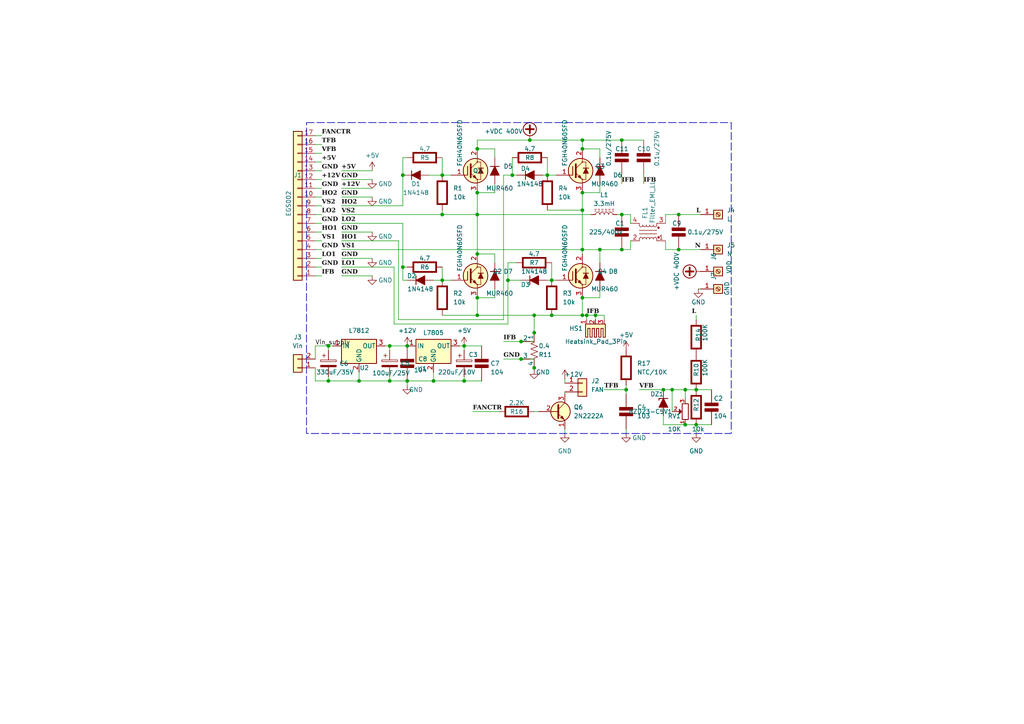
<source format=kicad_sch>
(kicad_sch (version 20231120) (generator "eeschema") (generator_version "8.0")
  (paper "A4")
  (title_block (title "INVERTER") (rev "V1"))
  (lib_symbols
    (symbol "Connector:Screw_Terminal_01x01" (pin_names (offset 1.016) hide)
      (property "Reference" "J" (at 0 2.54 0))
      (property "Value" "Screw_Terminal_01x01" (at 0 -2.54 0))
      (symbol "Screw_Terminal_01x01_1_1"
        (pin passive line (at -5.08 0 0) (length 3.81) (name "Pin_1") (number "1"))
      )
    )
    (symbol "Connector_Generic:Conn_01x02" (pin_names (offset 1.016) hide)
      (property "Reference" "J" (at 0 2.54 0))
      (property "Value" "Conn_01x02" (at 0 -5.08 0))
      (symbol "Conn_01x02_1_1"
        (pin passive line (at -5.08 0 0) (length 3.81) (name "Pin_1") (number "1"))
        (pin passive line (at -5.08 -2.54 0) (length 3.81) (name "Pin_2") (number "2"))
      )
    )
    (symbol "Connector_Generic:Conn_01x17" (pin_names (offset 1.016) hide)
      (property "Reference" "J" (at 0 22.86 0))
      (property "Value" "Conn_01x17" (at 0 -22.86 0))
      (symbol "Conn_01x17_1_1"
        (pin passive line (at -5.08 20.32 0) (length 3.81) (name "Pin_1") (number "1"))
        (pin passive line (at -5.08 -2.54 0) (length 3.81) (name "Pin_10") (number "10"))
        (pin passive line (at -5.08 -5.08 0) (length 3.81) (name "Pin_11") (number "11"))
        (pin passive line (at -5.08 -7.62 0) (length 3.81) (name "Pin_12") (number "12"))
        (pin passive line (at -5.08 -10.16 0) (length 3.81) (name "Pin_13") (number "13"))
        (pin passive line (at -5.08 -12.7 0) (length 3.81) (name "Pin_14") (number "14"))
        (pin passive line (at -5.08 -15.24 0) (length 3.81) (name "Pin_15") (number "15"))
        (pin passive line (at -5.08 -17.78 0) (length 3.81) (name "Pin_16") (number "16"))
        (pin passive line (at -5.08 -20.32 0) (length 3.81) (name "Pin_17") (number "17"))
        (pin passive line (at -5.08 17.78 0) (length 3.81) (name "Pin_2") (number "2"))
        (pin passive line (at -5.08 15.24 0) (length 3.81) (name "Pin_3") (number "3"))
        (pin passive line (at -5.08 12.7 0) (length 3.81) (name "Pin_4") (number "4"))
        (pin passive line (at -5.08 10.16 0) (length 3.81) (name "Pin_5") (number "5"))
        (pin passive line (at -5.08 7.62 0) (length 3.81) (name "Pin_6") (number "6"))
        (pin passive line (at -5.08 5.08 0) (length 3.81) (name "Pin_7") (number "7"))
        (pin passive line (at -5.08 2.54 0) (length 3.81) (name "Pin_8") (number "8"))
        (pin passive line (at -5.08 0 0) (length 3.81) (name "Pin_9") (number "9"))
      )
    )
    (symbol "Device:C_Polarized" (pin_numbers hide) (pin_names (offset 0.254))
      (property "Reference" "C" (at 0.635 2.54 0))
      (property "Value" "C_Polarized" (at 0.635 -2.54 0))
      (symbol "C_Polarized_1_1"
        (pin passive line (at 0 3.81 270) (length 2.794) (name "~") (number "1"))
        (pin passive line (at 0 -3.81 90) (length 2.794) (name "~") (number "2"))
      )
    )
    (symbol "Device:Filter_EMI_LL" (pin_names (offset 0.254) hide)
      (property "Reference" "FL" (at 0 4.445 0))
      (property "Value" "Filter_EMI_LL" (at 0 -4.445 0))
      (symbol "Filter_EMI_LL_1_1"
        (pin passive line (at -5.08 2.54 0) (length 2.54) (name "1") (number "1"))
        (pin passive line (at 5.08 2.54 180) (length 2.54) (name "2") (number "2"))
        (pin passive line (at -5.08 -2.54 0) (length 2.54) (name "3") (number "3"))
        (pin passive line (at 5.08 -2.54 180) (length 2.54) (name "4") (number "4"))
      )
    )
    (symbol "Device:L_Ferrite" (pin_numbers hide) (pin_names (offset 1.016) hide)
      (property "Reference" "L" (at -1.27 0 90))
      (property "Value" "L_Ferrite" (at 2.794 0 90))
      (symbol "L_Ferrite_1_1"
        (pin passive line (at 0 3.81 270) (length 1.27) (name "1") (number "1"))
        (pin passive line (at 0 -3.81 90) (length 1.27) (name "2") (number "2"))
      )
    )
    (symbol "Device:R_Shunt_US" (pin_numbers hide) (pin_names (offset 0))
      (property "Reference" "R" (at -5.08 0 90))
      (property "Value" "R_Shunt_US" (at -3.048 0 90))
      (symbol "R_Shunt_US_1_1"
        (pin passive line (at 0 5.08 270) (length 2.54) (name "1") (number "1"))
        (pin passive line (at 3.81 2.54 180) (length 2.54) (name "2") (number "2"))
        (pin passive line (at 3.81 -2.54 180) (length 2.54) (name "3") (number "3"))
        (pin passive line (at 0 -5.08 90) (length 2.54) (name "4") (number "4"))
      )
    )
    (symbol "Mechanical:Heatsink_Pad_3Pin" (pin_names (offset 0))
      (property "Reference" "HS" (at 0 5.715 0))
      (property "Value" "Heatsink_Pad_3Pin" (at 0 3.81 0))
      (symbol "Heatsink_Pad_3Pin_1_1"
        (pin passive line (at -2.54 -2.54 90) (length 1.27) (name "~") (number "1"))
        (pin passive line (at 0 -2.54 90) (length 1.27) (name "~") (number "2"))
        (pin passive line (at 2.54 -2.54 90) (length 1.27) (name "~") (number "3"))
      )
    )
    (symbol "PCM_Diode_AKL:1N4148" (pin_numbers hide) (pin_names (offset 1.016) hide)
      (property "Reference" "D" (at 0 5.08 0))
      (property "Value" "1N4148" (at 0 2.54 0))
      (symbol "1N4148_1_1"
        (pin passive line (at 3.81 0 180) (length 2.54) (name "K") (number "1"))
        (pin passive line (at -3.81 0 0) (length 2.54) (name "A") (number "2"))
      )
    )
    (symbol "PCM_Diode_AKL:MUR460" (pin_numbers hide) (pin_names (offset 1.016) hide)
      (property "Reference" "D" (at 0 5.08 0))
      (property "Value" "MUR460" (at 0 2.54 0))
      (symbol "MUR460_1_1"
        (pin passive line (at 3.81 0 180) (length 2.54) (name "K") (number "1"))
        (pin passive line (at -3.81 0 0) (length 2.54) (name "A") (number "2"))
      )
      (symbol "MUR460_1_2"
        (pin passive line (at 2.54 2.54 180) (length 0) (name "K") (number "1"))
        (pin passive line (at -2.54 -2.54 0) (length 0) (name "A") (number "2"))
      )
    )
    (symbol "PCM_Diode_Zener_AKL:BZD23-C5V1" (pin_numbers hide) (pin_names (offset 1.016) hide)
      (property "Reference" "DZ" (at 0 7.62 0))
      (property "Value" "BZD23-C5V1" (at 0 5.08 0))
      (symbol "BZD23-C5V1_1_1"
        (pin passive line (at 3.81 0 180) (length 2.54) (name "K") (number "1"))
        (pin passive line (at -3.81 0 0) (length 2.54) (name "A") (number "2"))
      )
      (symbol "BZD23-C5V1_1_2"
        (pin passive line (at 2.54 2.54 180) (length 0) (name "K") (number "1"))
        (pin passive line (at -2.54 -2.54 0) (length 0) (name "A") (number "2"))
      )
    )
    (symbol "PCM_Elektuur:C" (pin_numbers hide) (pin_names (offset 0) hide)
      (property "Reference" "C" (at 0.635 3.175 0))
      (property "Value" "C" (at 0.635 -3.175 0))
      (symbol "C_1_1"
        (pin passive line (at 0 5.08 270) (length 3.8862) (name "+") (number "1"))
        (pin passive line (at 0 -5.08 90) (length 3.8862) (name "-") (number "2"))
      )
      (symbol "C_1_2"
        (pin passive line (at 0 5.08 270) (length 3.5814) (name "+") (number "1"))
        (pin passive line (at 0 -5.08 90) (length 3.5814) (name "-") (number "2"))
      )
    )
    (symbol "PCM_Elektuur:R" (pin_numbers hide) (pin_names (offset 0) hide)
      (property "Reference" "R" (at 2.54 3.175 0))
      (property "Value" "R" (at 0 0 90))
      (symbol "R_1_1"
        (pin passive line (at 0 5.08 270) (length 1.651) (name "+") (number "1"))
        (pin passive line (at 0 -5.08 90) (length 1.651) (name "-") (number "2"))
      )
      (symbol "R_1_2"
        (pin passive line (at 0 5.08 270) (length 1.651) (name "+") (number "1"))
        (pin passive line (at 0 -5.08 90) (length 1.651) (name "-") (number "2"))
      )
      (symbol "R_1_3"
        (pin passive line (at 0 5.08 270) (length 1.6002) (name "+") (number "1"))
        (pin passive line (at 0 -5.08 90) (length 1.6002) (name "-") (number "2"))
      )
      (symbol "R_1_4"
        (pin passive line (at 0 5.08 270) (length 0.5334) (name "+") (number "1"))
        (pin passive line (at 0 -5.08 90) (length 0.5334) (name "-") (number "2"))
      )
    )
    (symbol "PCM_SL_Devices:potentiometer_RM065"
      (property "Reference" "RV" (at 0 -2.032 0))
      (property "Value" "potentiometer_RM065" (at 0 -3.81 0))
      (symbol "potentiometer_RM065_1_1"
        (pin passive line (at -3.81 0 0) (length 1.5) (name "~") (number "1"))
        (pin passive line (at 0 3.81 270) (length 2) (name "~") (number "2"))
        (pin passive line (at 3.81 0 180) (length 1.5) (name "~") (number "3"))
      )
    )
    (symbol "PCM_Transistor_BJT_AKL:2N2222A" (pin_names hide)
      (property "Reference" "Q" (at 5.08 1.27 0))
      (property "Value" "2N2222A" (at 5.08 -1.27 0))
      (symbol "2N2222A_1_1"
        (pin passive line (at 2.54 -5.08 90) (length 2.54) (name "E") (number "1"))
        (pin passive line (at -5.08 0 0) (length 5.715) (name "B") (number "2"))
        (pin passive line (at 2.54 5.08 270) (length 2.54) (name "C") (number "3"))
      )
    )
    (symbol "PCM_Transistor_IGBT_AKL:FGH40N60SFD" (pin_names hide)
      (property "Reference" "Q" (at 3.81 1.27 0))
      (property "Value" "FGH40N60SFD" (at 3.81 -1.27 0))
      (symbol "FGH40N60SFD_1_1"
        (pin input line (at -7.62 -1.27 0) (length 4.8) (name "G") (number "1"))
        (pin passive line (at 0 6.35 270) (length 2.54) (name "C") (number "2"))
        (pin passive line (at 0 -6.35 90) (length 2.54) (name "E") (number "3"))
      )
    )
    (symbol "Regulator_Linear:L7805" (pin_names (offset 0.254))
      (property "Reference" "U" (at -3.81 3.175 0))
      (property "Value" "L7805" (at 0 3.175 0))
      (symbol "L7805_1_1"
        (pin power_in line (at -7.62 0 0) (length 2.54) (name "IN") (number "1"))
        (pin power_in line (at 0 -7.62 90) (length 2.54) (name "GND") (number "2"))
        (pin power_out line (at 7.62 0 180) (length 2.54) (name "OUT") (number "3"))
      )
    )
    (symbol "Regulator_Linear:L7812" (pin_names (offset 0.254))
      (property "Reference" "U" (at -3.81 3.175 0))
      (property "Value" "L7812" (at 0 3.175 0))
      (symbol "L7812_1_1"
        (pin power_in line (at -7.62 0 0) (length 2.54) (name "IN") (number "1"))
        (pin power_in line (at 0 -7.62 90) (length 2.54) (name "GND") (number "2"))
        (pin power_out line (at 7.62 0 180) (length 2.54) (name "OUT") (number "3"))
      )
    )
    (symbol "power:+12V" (power) (pin_numbers hide) (pin_names (offset 0) hide)
      (property "Value" "+12V" (at 0 3.556 0))
      (symbol "+12V_1_1"
        (pin power_in line (at 0 0 90) (length 0) (name "~") (number "1"))
      )
    )
    (symbol "power:+5V" (power) (pin_numbers hide) (pin_names (offset 0) hide)
      (property "Value" "+5V" (at 0 3.556 0))
      (symbol "+5V_1_1"
        (pin power_in line (at 0 0 90) (length 0) (name "~") (number "1"))
      )
    )
    (symbol "power:+VDC" (power) (pin_numbers hide) (pin_names (offset 0) hide)
      (property "Value" "+VDC" (at 0 6.35 0))
      (symbol "+VDC_1_1"
        (pin power_in line (at 0 0 90) (length 0) (name "~") (number "1"))
      )
    )
    (symbol "power:GND" (power) (pin_numbers hide) (pin_names (offset 0) hide)
      (property "Value" "GND" (at 0 -3.81 0))
      (symbol "GND_1_1"
        (pin power_in line (at 0 0 270) (length 0) (name "~") (number "1"))
      )
    )
  )
  (junction (at 181.61 113.03))
  (junction (at 151.13 99.06))
  (junction (at 180.34 62.23))
  (junction (at 173.99 72.39))
  (junction (at 168.91 86.36))
  (junction (at 160.02 91.44))
  (junction (at 118.11 100.33))
  (junction (at 332.74 97.79))
  (junction (at 168.91 72.39))
  (junction (at 153.67 40.64))
  (junction (at 95.25 110.49))
  (junction (at 154.94 106.68))
  (junction (at 138.43 86.36))
  (junction (at 168.91 91.44))
  (junction (at 128.27 62.23))
  (junction (at 192.405 113.03))
  (junction (at 118.11 110.49))
  (junction (at 347.98 107.95))
  (junction (at 172.72 91.44))
  (junction (at 168.91 43.18))
  (junction (at 134.62 110.49))
  (junction (at 154.94 91.44))
  (junction (at 138.43 62.23))
  (junction (at 125.73 110.49))
  (junction (at 138.43 73.66))
  (junction (at 134.62 100.33))
  (junction (at 116.84 50.8))
  (junction (at 128.27 50.8))
  (junction (at 196.85 72.39))
  (junction (at 168.91 40.64))
  (junction (at 168.91 55.88))
  (junction (at 335.28 97.79))
  (junction (at 339.09 107.95))
  (junction (at 160.02 81.28))
  (junction (at 180.34 72.39))
  (junction (at 339.09 97.79))
  (junction (at 151.13 104.14))
  (junction (at 113.03 110.49))
  (junction (at 194.945 113.03))
  (junction (at 154.94 96.52))
  (junction (at 198.755 123.19))
  (junction (at 104.14 110.49))
  (junction (at 128.27 81.28))
  (junction (at 198.755 113.03))
  (junction (at 180.34 40.64))
  (junction (at 347.98 97.79))
  (junction (at 170.18 91.44))
  (junction (at 201.93 113.03))
  (junction (at 201.93 123.19))
  (junction (at 158.75 50.8))
  (junction (at 95.25 100.33))
  (junction (at 147.32 81.28))
  (junction (at 138.43 91.44))
  (junction (at 113.03 100.33))
  (junction (at 116.84 77.47))
  (junction (at 168.91 60.96))
  (junction (at 138.43 43.18))
  (junction (at 342.9 107.95))
  (junction (at 426.72 95.25))
  (junction (at 196.85 62.23))
  (junction (at 342.9 97.79))
  (junction (at 148.59 50.8))
  (junction (at 138.43 55.88))
  (wire (pts (xy 91.44 39.37) (xy 93.345 39.37)))
  (wire (pts (xy 372.11 100.33) (xy 381 100.33)))
  (wire (pts (xy 138.43 40.64) (xy 138.43 43.18)))
  (wire (pts (xy 138.43 86.36) (xy 138.43 91.44)))
  (wire (pts (xy 91.44 64.77) (xy 93.345 64.77)))
  (wire (pts (xy 347.98 97.79) (xy 342.9 97.79)))
  (wire (pts (xy 175.26 113.03) (xy 181.61 113.03)))
  (wire (pts (xy 168.91 40.64) (xy 168.91 43.18)))
  (wire (pts (xy 196.85 62.23) (xy 203.2 62.23)))
  (wire (pts (xy 170.18 91.44) (xy 172.72 91.44)))
  (wire (pts (xy 180.34 62.23) (xy 182.88 62.23)))
  (wire (pts (xy 138.43 73.66) (xy 143.51 73.66)))
  (wire (pts (xy 91.44 100.33) (xy 91.44 104.14)))
  (wire (pts (xy 91.44 74.93) (xy 93.345 74.93)))
  (wire (pts (xy 193.04 62.23) (xy 196.85 62.23)))
  (wire (pts (xy 118.11 110.49) (xy 125.73 110.49)))
  (wire (pts (xy 335.28 97.79) (xy 339.09 97.79)))
  (wire (pts (xy 347.98 107.95) (xy 347.98 110.49)))
  (wire (pts (xy 116.84 64.77) (xy 116.84 77.47)))
  (wire (pts (xy 335.28 104.14) (xy 335.28 97.79)))
  (wire (pts (xy 168.91 55.88) (xy 168.91 60.96)))
  (wire (pts (xy 138.43 55.88) (xy 143.51 55.88)))
  (wire (pts (xy 148.59 45.72) (xy 148.59 50.8)))
  (wire (pts (xy 332.74 97.79) (xy 335.28 97.79)))
  (wire (pts (xy 154.94 91.44) (xy 160.02 91.44)))
  (wire (pts (xy 138.43 62.23) (xy 171.45 62.23)))
  (wire (pts (xy 173.99 43.18) (xy 173.99 45.72)))
  (wire (pts (xy 118.11 111.76) (xy 118.11 110.49)))
  (wire (pts (xy 347.98 76.2) (xy 347.98 77.47)))
  (wire (pts (xy 128.27 60.96) (xy 128.27 62.23)))
  (wire (pts (xy 91.44 52.07) (xy 93.345 52.07)))
  (wire (pts (xy 95.25 110.49) (xy 104.14 110.49)))
  (wire (pts (xy 168.91 40.64) (xy 180.34 40.64)))
  (wire (pts (xy 114.3 93.98) (xy 114.3 77.47)))
  (wire (pts (xy 172.72 91.44) (xy 175.26 91.44)))
  (wire (pts (xy 134.62 109.22) (xy 134.62 110.49)))
  (wire (pts (xy 107.95 52.07) (xy 99.06 52.07)))
  (wire (pts (xy 99.06 74.93) (xy 107.95 74.93)))
  (wire (pts (xy 168.91 43.18) (xy 173.99 43.18)))
  (wire (pts (xy 192.405 120.65) (xy 192.405 123.19)))
  (wire (pts (xy 138.43 40.64) (xy 153.67 40.64)))
  (wire (pts (xy 203.2 83.82) (xy 202.565 83.82)))
  (wire (pts (xy 153.67 40.64) (xy 168.91 40.64)))
  (wire (pts (xy 125.73 110.49) (xy 134.62 110.49)))
  (wire (pts (xy 198.755 115.57) (xy 198.755 113.03)))
  (wire (pts (xy 91.44 80.01) (xy 93.345 80.01)))
  (wire (pts (xy 116.84 77.47) (xy 116.84 81.28)))
  (wire (pts (xy 160.02 91.44) (xy 168.91 91.44)))
  (wire (pts (xy 181.61 113.03) (xy 181.61 111.76)))
  (wire (pts (xy 339.09 100.33) (xy 339.09 97.79)))
  (wire (pts (xy 114.3 93.98) (xy 147.32 93.98)))
  (wire (pts (xy 128.27 81.28) (xy 130.81 81.28)))
  (wire (pts (xy 194.945 113.03) (xy 198.755 113.03)))
  (wire (pts (xy 168.91 60.96) (xy 168.91 72.39)))
  (wire (pts (xy 107.95 57.15) (xy 99.06 57.15)))
  (wire (pts (xy 125.73 81.28) (xy 128.27 81.28)))
  (wire (pts (xy 91.44 41.91) (xy 93.345 41.91)))
  (wire (pts (xy 186.69 53.34) (xy 186.69 50.8)))
  (wire (pts (xy 99.06 54.61) (xy 107.95 54.61)))
  (wire (pts (xy 327.66 97.79) (xy 332.74 97.79)))
  (wire (pts (xy 128.27 77.47) (xy 128.27 81.28)))
  (wire (pts (xy 193.04 72.39) (xy 196.85 72.39)))
  (wire (pts (xy 173.99 72.39) (xy 180.34 72.39)))
  (wire (pts (xy 154.94 119.38) (xy 156.21 119.38)))
  (wire (pts (xy 134.62 100.33) (xy 139.7 100.33)))
  (wire (pts (xy 339.09 97.79) (xy 342.9 97.79)))
  (wire (pts (xy 99.06 49.53) (xy 107.95 49.53)))
  (wire (pts (xy 147.32 81.28) (xy 147.32 93.98)))
  (wire (pts (xy 154.94 106.68) (xy 154.94 107.315)))
  (wire (pts (xy 168.91 86.36) (xy 173.99 86.36)))
  (wire (pts (xy 146.05 104.14) (xy 151.13 104.14)))
  (wire (pts (xy 99.06 67.31) (xy 107.95 67.31)))
  (wire (pts (xy 143.51 43.18) (xy 143.51 45.72)))
  (wire (pts (xy 372.11 95.25) (xy 381 95.25)))
  (wire (pts (xy 173.99 72.39) (xy 173.99 76.2)))
  (wire (pts (xy 201.93 123.19) (xy 201.93 125.73)))
  (wire (pts (xy 91.44 67.31) (xy 93.345 67.31)))
  (wire (pts (xy 201.93 113.03) (xy 206.375 113.03)))
  (wire (pts (xy 91.44 110.49) (xy 95.25 110.49)))
  (wire (pts (xy 99.06 59.69) (xy 116.84 59.69)))
  (wire (pts (xy 116.84 59.69) (xy 116.84 50.8)))
  (wire (pts (xy 116.84 45.72) (xy 116.84 50.8)))
  (wire (pts (xy 113.03 101.6) (xy 113.03 100.33)))
  (wire (pts (xy 134.62 100.33) (xy 134.62 101.6)))
  (wire (pts (xy 201.93 123.19) (xy 206.375 123.19)))
  (wire (pts (xy 151.13 104.14) (xy 154.94 104.14)))
  (wire (pts (xy 138.43 43.18) (xy 143.51 43.18)))
  (wire (pts (xy 158.75 50.8) (xy 161.29 50.8)))
  (wire (pts (xy 104.14 110.49) (xy 113.03 110.49)))
  (wire (pts (xy 91.44 69.85) (xy 93.345 69.85)))
  (wire (pts (xy 163.83 113.665) (xy 163.83 114.3)))
  (wire (pts (xy 339.09 107.95) (xy 342.9 107.95)))
  (wire (pts (xy 192.405 123.19) (xy 198.755 123.19)))
  (wire (pts (xy 168.91 55.88) (xy 173.99 55.88)))
  (wire (pts (xy 168.91 86.36) (xy 168.91 91.44)))
  (wire (pts (xy 118.11 45.72) (xy 116.84 45.72)))
  (wire (pts (xy 146.05 50.8) (xy 146.05 92.71)))
  (wire (pts (xy 128.27 45.72) (xy 128.27 50.8)))
  (wire (pts (xy 124.46 50.8) (xy 128.27 50.8)))
  (wire (pts (xy 148.59 50.8) (xy 149.86 50.8)))
  (wire (pts (xy 95.25 100.33) (xy 96.52 100.33)))
  (wire (pts (xy 113.03 100.33) (xy 118.11 100.33)))
  (wire (pts (xy 158.75 45.72) (xy 158.75 50.8)))
  (wire (pts (xy 138.43 91.44) (xy 154.94 91.44)))
  (wire (pts (xy 168.91 91.44) (xy 170.18 91.44)))
  (wire (pts (xy 168.91 72.39) (xy 173.99 72.39)))
  (wire (pts (xy 91.44 100.33) (xy 95.25 100.33)))
  (wire (pts (xy 146.05 99.06) (xy 151.13 99.06)))
  (wire (pts (xy 113.03 109.22) (xy 113.03 110.49)))
  (wire (pts (xy 91.44 57.15) (xy 93.345 57.15)))
  (wire (pts (xy 419.1 95.25) (xy 426.72 95.25)))
  (wire (pts (xy 173.99 53.34) (xy 173.99 55.88)))
  (wire (pts (xy 91.44 77.47) (xy 93.345 77.47)))
  (wire (pts (xy 196.85 72.39) (xy 203.2 72.39)))
  (wire (pts (xy 172.72 91.44) (xy 172.72 92.71)))
  (wire (pts (xy 138.43 62.23) (xy 138.43 73.66)))
  (wire (pts (xy 163.83 109.855) (xy 163.83 111.125)))
  (wire (pts (xy 91.44 62.23) (xy 93.345 62.23)))
  (wire (pts (xy 185.42 113.03) (xy 192.405 113.03)))
  (wire (pts (xy 99.06 72.39) (xy 168.91 72.39)))
  (wire (pts (xy 91.44 44.45) (xy 93.345 44.45)))
  (wire (pts (xy 175.26 92.71) (xy 175.26 91.44)))
  (wire (pts (xy 160.02 76.2) (xy 160.02 81.28)))
  (wire (pts (xy 134.62 110.49) (xy 139.7 110.49)))
  (wire (pts (xy 125.73 107.95) (xy 125.73 110.49)))
  (wire (pts (xy 128.27 62.23) (xy 138.43 62.23)))
  (wire (pts (xy 99.06 77.47) (xy 114.3 77.47)))
  (wire (pts (xy 91.44 59.69) (xy 93.345 59.69)))
  (wire (pts (xy 151.13 81.28) (xy 147.32 81.28)))
  (wire (pts (xy 95.25 109.22) (xy 95.25 110.49)))
  (wire (pts (xy 181.61 113.03) (xy 181.61 114.3)))
  (wire (pts (xy 137.16 119.38) (xy 144.78 119.38)))
  (wire (pts (xy 158.75 60.96) (xy 168.91 60.96)))
  (wire (pts (xy 91.44 46.99) (xy 93.345 46.99)))
  (wire (pts (xy 192.405 113.03) (xy 194.945 113.03)))
  (wire (pts (xy 147.32 76.2) (xy 147.32 81.28)))
  (wire (pts (xy 157.48 50.8) (xy 158.75 50.8)))
  (wire (pts (xy 158.75 81.28) (xy 160.02 81.28)))
  (wire (pts (xy 173.99 83.82) (xy 173.99 86.36)))
  (wire (pts (xy 198.755 113.03) (xy 201.93 113.03)))
  (wire (pts (xy 168.91 72.39) (xy 168.91 73.66)))
  (wire (pts (xy 115.57 92.71) (xy 146.05 92.71)))
  (wire (pts (xy 193.04 64.77) (xy 193.04 62.23)))
  (wire (pts (xy 154.94 104.14) (xy 154.94 106.68)))
  (wire (pts (xy 91.44 72.39) (xy 93.345 72.39)))
  (wire (pts (xy 143.51 73.66) (xy 143.51 76.2)))
  (wire (pts (xy 201.93 91.44) (xy 201.93 92.71)))
  (wire (pts (xy 342.9 107.95) (xy 347.98 107.95)))
  (wire (pts (xy 154.94 91.44) (xy 154.94 96.52)))
  (wire (pts (xy 193.04 69.85) (xy 193.04 72.39)))
  (wire (pts (xy 104.14 107.95) (xy 104.14 110.49)))
  (wire (pts (xy 111.76 100.33) (xy 113.03 100.33)))
  (wire (pts (xy 128.27 91.44) (xy 138.43 91.44)))
  (wire (pts (xy 151.13 99.06) (xy 154.94 99.06)))
  (wire (pts (xy 133.35 100.33) (xy 134.62 100.33)))
  (wire (pts (xy 115.57 69.85) (xy 99.06 69.85)))
  (wire (pts (xy 198.755 123.19) (xy 201.93 123.19)))
  (wire (pts (xy 332.74 105.41) (xy 332.74 107.95)))
  (wire (pts (xy 182.88 69.85) (xy 182.88 72.39)))
  (wire (pts (xy 91.44 54.61) (xy 93.345 54.61)))
  (wire (pts (xy 149.86 76.2) (xy 147.32 76.2)))
  (wire (pts (xy 148.59 50.8) (xy 146.05 50.8)))
  (wire (pts (xy 91.44 106.68) (xy 91.44 110.49)))
  (wire (pts (xy 332.74 107.95) (xy 339.09 107.95)))
  (wire (pts (xy 116.84 81.28) (xy 118.11 81.28)))
  (wire (pts (xy 116.84 77.47) (xy 118.11 77.47)))
  (wire (pts (xy 170.18 91.44) (xy 170.18 92.71)))
  (wire (pts (xy 99.06 64.77) (xy 116.84 64.77)))
  (wire (pts (xy 143.51 83.82) (xy 143.51 86.36)))
  (wire (pts (xy 182.88 64.77) (xy 182.88 62.23)))
  (wire (pts (xy 179.07 62.23) (xy 180.34 62.23)))
  (wire (pts (xy 138.43 86.36) (xy 143.51 86.36)))
  (wire (pts (xy 115.57 92.71) (xy 115.57 69.85)))
  (wire (pts (xy 143.51 53.34) (xy 143.51 55.88)))
  (wire (pts (xy 113.03 110.49) (xy 118.11 110.49)))
  (wire (pts (xy 163.83 125.73) (xy 163.83 124.46)))
  (wire (pts (xy 180.34 53.34) (xy 180.34 50.8)))
  (wire (pts (xy 95.25 100.33) (xy 95.25 101.6)))
  (wire (pts (xy 154.94 99.06) (xy 154.94 96.52)))
  (wire (pts (xy 180.34 72.39) (xy 182.88 72.39)))
  (wire (pts (xy 91.44 49.53) (xy 93.345 49.53)))
  (wire (pts (xy 138.43 55.88) (xy 138.43 62.23)))
  (wire (pts (xy 99.06 80.01) (xy 107.95 80.01)))
  (wire (pts (xy 99.06 62.23) (xy 128.27 62.23)))
  (wire (pts (xy 194.945 119.38) (xy 194.945 113.03)))
  (wire (pts (xy 180.34 40.64) (xy 186.69 40.64)))
  (wire (pts (xy 128.27 50.8) (xy 130.81 50.8)))
  (wire (pts (xy 181.61 124.46) (xy 181.61 125.73)))
  (wire (pts (xy 160.02 81.28) (xy 161.29 81.28)))
  (rectangle (start 88.9 35.56) (end 212.09 125.73) (stroke (width 0.2) (type dash)))
  (label "VFB" (at 185.42 113.03 0) (effects (font (bold yes))))
  (label "GND" (at 372.11 100.33 0) (effects (font (bold yes))))
  (label "VFB" (at 93.345 44.45 0) (effects (font (bold yes))))
  (label "LO1" (at 99.06 77.47 0) (effects (font (bold yes))))
  (label "LO2" (at 99.06 64.77 0) (effects (font (bold yes))))
  (label "IFB" (at 146.05 99.06 0) (effects (font (bold yes))))
  (label "GND" (at 99.06 67.31 0) (effects (font (bold yes))))
  (label "IFB" (at 93.345 80.01 0) (effects (font (bold yes))))
  (label "IFB" (at 180.34 53.34 0) (effects (font (bold yes))))
  (label "FANCTR" (at 93.345 39.37 0) (effects (font (bold yes))))
  (label "IFB" (at 170.18 91.44 0) (effects (font (bold yes))))
  (label "VS1" (at 99.06 72.39 0) (effects (font (bold yes))))
  (label "GND" (at 93.345 72.39 0) (effects (font (bold yes))))
  (label "FANCTR" (at 137.16 119.38 0) (effects (font (bold yes))))
  (label "L" (at 347.98 76.2 180) (effects (font (bold yes))))
  (label "TFB" (at 175.26 113.03 0) (effects (font (bold yes))))
  (label "GND" (at 99.06 52.07 0) (effects (font (bold yes))))
  (label "GND" (at 93.345 54.61 0) (effects (font (bold yes))))
  (label "HO2" (at 99.06 59.69 0) (effects (font (bold yes))))
  (label "LO2" (at 93.345 62.23 0) (effects (font (bold yes))))
  (label "GND" (at 99.06 80.01 0) (effects (font (bold yes))))
  (label "GND" (at 93.345 49.53 0) (effects (font (bold yes))))
  (label "VS2" (at 93.345 59.69 0) (effects (font (bold yes))))
  (label "GND" (at 99.06 74.93 0) (effects (font (bold yes))))
  (label "TFB" (at 419.1 95.25 0) (effects (font (bold yes))))
  (label "VFB" (at 327.66 97.79 0) (effects (font (bold yes))))
  (label "+12V" (at 99.06 54.61 0) (effects (font (bold yes))))
  (label "VS2" (at 99.06 62.23 0) (effects (font (bold yes))))
  (label "GND" (at 93.345 77.47 0) (effects (font (bold yes))))
  (label "GND" (at 146.05 104.14 0) (effects (font (bold yes))))
  (label "HO2" (at 93.345 57.15 0) (effects (font (bold yes))))
  (label "TFB" (at 93.345 41.91 0) (effects (font (bold yes))))
  (label "L" (at 201.93 91.44 180) (effects (font (bold yes))))
  (label "+5V" (at 93.345 46.99 0) (effects (font (bold yes))))
  (label "GND" (at 93.345 64.77 0) (effects (font (bold yes))))
  (label "L" (at 203.2 62.23 180) (effects (font (bold yes))))
  (label "IFB" (at 372.11 95.25 0) (effects (font (bold yes))))
  (label "LO1" (at 93.345 74.93 0) (effects (font (bold yes))))
  (label "Vin_supply" (at 91.44 100.33 0))
  (label "VS1" (at 93.345 69.85 0) (effects (font (bold yes))))
  (label "N" (at 203.2 72.39 180) (effects (font (bold yes))))
  (label "HO1" (at 93.345 67.31 0) (effects (font (bold yes))))
  (label "IFB" (at 186.69 53.34 0) (effects (font (bold yes))))
  (label "+12V" (at 93.345 52.07 0) (effects (font (bold yes))))
  (label "+5V" (at 99.06 49.53 0) (effects (font (bold yes))))
  (label "GND" (at 99.06 57.15 0) (effects (font (bold yes))))
  (label "HO1" (at 99.06 69.85 0) (effects (font (bold yes))))
  (symbol (lib_id "PCM_SL_Devices:potentiometer_RM065") (at 339.09 104.14 90) (unit 1)
    (property "Reference" "RV2" (at 334.01 105.41 90) (effects (justify right)))
    (property "Value" "10K" (at 334.01 109.22 90) (effects (justify right)))
    (property "Footprint" "PCM_SL_Devices:Potentiometer_RM065" (effects (hide yes)))
    (property "Description" "potentiometer RM065" (effects (hide yes)))
  )
  (symbol (lib_id "PCM_Elektuur:R") (at 128.27 55.88 0) (unit 1)
    (property "Reference" "R1" (at 131.445 54.61 0) (effects (justify left)))
    (property "Value" "10k" (at 131.445 57.15 0) (effects (justify left)))
    (property "Footprint" "Resistor_THT:R_Axial_DIN0207_L6.3mm_D2.5mm_P10.16mm_Horizontal" (effects (hide yes)))
    (property "Description" "resistor" (effects (hide yes)))
    (property "Indicator" "+" (effects (hide yes)))
    (property "Rating" "W" (effects (hide yes)))
  )
  (symbol (lib_id "power:GND") (at 347.98 110.49 0) (unit 1)
    (property "Reference" "#PWR021" (effects (hide yes)))
    (property "Value" "GND" (at 344.17 111.76 0))
    (property "Description" "Power symbol creates a global label with name \"GND\" , ground" (effects (hide yes)))
  )
  (symbol (lib_id "PCM_Diode_AKL:MUR460") (at 143.51 49.53 90) (unit 1)
    (property "Reference" "D5" (at 146.05 48.26 90) (effects (justify right)))
    (property "Value" "MUR460" (at 140.97 54.61 90) (effects (justify right)))
    (property "Footprint" "PCM_Diode_THT_AKL:D_DO-201AD_P12.70mm_Horizontal" (effects (hide yes)))
    (property "Datasheet" "https://www.tme.eu/Document/a0924ef9041aa744cfb6869a2371ef8e/MUR420RLG.PDF" (effects (hide yes)))
    (property "Description" "DO-201AD Diode, Ultrafast Rectifier, 600V, 4A, 75ns, Alternate KiCad Library" (effects (hide yes)))
  )
  (symbol (lib_id "power:+5V") (at 181.61 101.6 0) (unit 1)
    (property "Reference" "#PWR07" (effects (hide yes)))
    (property "Value" "+5V" (at 181.61 97.155 0))
    (property "Description" "Power symbol creates a global label with name \"+5V\"" (effects (hide yes)))
  )
  (symbol (lib_id "PCM_Elektuur:R") (at 153.67 45.72 90) (unit 1)
    (property "Reference" "R8" (at 153.67 45.72 90))
    (property "Value" "4.7" (at 153.67 43.18 90))
    (property "Footprint" "Resistor_THT:R_Axial_DIN0207_L6.3mm_D2.5mm_P10.16mm_Horizontal" (effects (hide yes)))
    (property "Description" "resistor" (effects (hide yes)))
    (property "Indicator" "+" (effects (hide yes)))
    (property "Rating" "W" (effects (hide yes)))
  )
  (symbol (lib_id "power:+VDC") (at 384.81 82.55 0) (unit 1)
    (property "Reference" "#PWR020" (effects (hide yes)))
    (property "Value" "+VDC 400V" (at 384.81 76.2 0))
    (property "Description" "Power symbol creates a global label with name \"+VDC\"" (effects (hide yes)))
  )
  (symbol (lib_id "power:GND") (at 107.95 52.07 0) (unit 1)
    (property "Reference" "#PWR02" (effects (hide yes)))
    (property "Value" "GND" (at 111.76 53.34 0))
    (property "Description" "Power symbol creates a global label with name \"GND\" , ground" (effects (hide yes)))
  )
  (symbol (lib_id "PCM_Elektuur:R") (at 201.93 107.95 0) (unit 1)
    (property "Reference" "R10" (at 201.93 109.22 90) (effects (justify left)))
    (property "Value" "100K" (at 204.47 109.22 90) (effects (justify left)))
    (property "Footprint" "Resistor_THT:R_Axial_DIN0309_L9.0mm_D3.2mm_P12.70mm_Horizontal" (effects (hide yes)))
    (property "Description" "resistor" (effects (hide yes)))
    (property "Indicator" "+" (effects (hide yes)))
    (property "Rating" "W" (effects (hide yes)))
  )
  (symbol (lib_id "Connector:Screw_Terminal_01x01") (at 208.28 78.74 0) (unit 1)
    (property "Reference" "J6" (at 207.01 75.565 90) (effects (justify left)))
    (property "Value" "VDD" (at 211.455 79.375 90) (effects (justify left)))
    (property "Footprint" "TerminalBlock_MetzConnect:TerminalBlock_MetzConnect_360381_1x01_Horizontal_ScrewM3.0" (effects (hide yes)))
    (property "Description" "Generic screw terminal, single row, 01x01, script generated (kicad-library-utils/schlib/autogen/connector/)" (effects (hide yes)))
  )
  (symbol (lib_id "PCM_Transistor_IGBT_AKL:FGH40N60SFD") (at 138.43 49.53 0) (unit 1)
    (property "Reference" "Q1" (at 137.16 49.53 0) (effects (justify left)))
    (property "Value" "FGH40N60SFD" (at 133.35 48.26 90) (effects (justify left)))
    (property "Footprint" "Package_TO_SOT_THT:TO-247-3_Vertical" (effects (hide yes)))
    (property "Datasheet" "https://www.tme.eu/Document/5bf528dee2fe01fe9c8a4062ae9a26d2/FGH40N60SFD.pdf" (effects (hide yes)))
    (property "Description" "TO-247 N-IGBT transistor, 600V, 40A, 290W, Alternate KiCAD Library" (effects (hide yes)))
  )
  (symbol (lib_id "power:GND") (at 154.94 107.315 0) (unit 1)
    (property "Reference" "#PWR01" (effects (hide yes)))
    (property "Value" "GND" (at 157.48 107.95 0))
    (property "Description" "Power symbol creates a global label with name \"GND\" , ground" (effects (hide yes)))
  )
  (symbol (lib_id "power:GND") (at 201.93 125.73 0) (unit 1)
    (property "Reference" "#PWR03" (effects (hide yes)))
    (property "Value" "GND" (at 201.93 130.81 0))
    (property "Description" "Power symbol creates a global label with name \"GND\" , ground" (effects (hide yes)))
  )
  (symbol (lib_id "Device:Filter_EMI_LL") (at 187.96 67.31 180) (unit 1)
    (property "Reference" "FL1" (at 187.071 63.5 90) (effects (justify right)))
    (property "Value" "Filter_EMI_LL" (at 189.23 64.77 90) (effects (justify right)))
    (property "Footprint" "Inductor_THT:Choke_Schaffner_RN102-04-14.0x14.0mm" (effects (hide yes)))
    (property "Description" "EMI 2-inductor filter" (effects (hide yes)))
  )
  (symbol (lib_id "Connector_Generic:Conn_01x02") (at 168.91 111.125 0) (unit 1)
    (property "Reference" "J2" (at 171.45 110.49 0) (effects (justify left)))
    (property "Value" "FAN" (at 171.45 113.03 0) (effects (justify left)))
    (property "Footprint" "Connector_JST:JST_EH_B2B-EH-A_1x02_P2.50mm_Vertical" (effects (hide yes)))
    (property "Description" "Generic connector, single row, 01x02, script generated (kicad-library-utils/schlib/autogen/connector/)" (effects (hide yes)))
  )
  (symbol (lib_id "PCM_Transistor_IGBT_AKL:FGH40N60SFD") (at 138.43 80.01 0) (unit 1)
    (property "Reference" "Q2" (at 142.875 78.74 0) (effects (justify left)))
    (property "Value" "FGH40N60SFD" (at 133.35 78.74 90) (effects (justify left)))
    (property "Footprint" "Package_TO_SOT_THT:TO-247-3_Vertical" (effects (hide yes)))
    (property "Datasheet" "https://www.tme.eu/Document/5bf528dee2fe01fe9c8a4062ae9a26d2/FGH40N60SFD.pdf" (effects (hide yes)))
    (property "Description" "TO-247 N-IGBT transistor, 600V, 40A, 290W, Alternate KiCAD Library" (effects (hide yes)))
  )
  (symbol (lib_id "PCM_Elektuur:C") (at 342.9 102.87 0) (unit 1)
    (property "Reference" "C12" (at 343.535 100.33 0) (effects (justify left)))
    (property "Value" "104" (at 343.535 105.41 0) (effects (justify left)))
    (property "Footprint" "Capacitor_THT:C_Disc_D5.0mm_W2.5mm_P5.00mm" (effects (hide yes)))
    (property "Description" "capacitor, non-polarized/bipolar" (effects (hide yes)))
    (property "Indicator" "+" (effects (hide yes)))
    (property "Rating" "V" (effects (hide yes)))
  )
  (symbol (lib_id "PCM_Diode_AKL:1N4148") (at 154.94 81.28 180) (unit 1)
    (property "Reference" "D3" (at 152.4 82.55 0))
    (property "Value" "1N4148" (at 154.94 78.74 0))
    (property "Footprint" "Diode_THT:D_DO-35_SOD27_P10.16mm_Horizontal" (effects (hide yes)))
    (property "Datasheet" "https://datasheet.octopart.com/1N4148TR-ON-Semiconductor-datasheet-42765246.pdf" (effects (hide yes)))
    (property "Description" "DO-35 Diode, Small Signal, Fast Switching, 75V, 150mA, 4ns, Alternate KiCad Library" (effects (hide yes)))
  )
  (symbol (lib_id "PCM_Diode_AKL:1N4148") (at 153.67 50.8 180) (unit 1)
    (property "Reference" "D4" (at 152.4 48.895 0))
    (property "Value" "1N4148" (at 153.67 53.34 0))
    (property "Footprint" "Diode_THT:D_DO-35_SOD27_P10.16mm_Horizontal" (effects (hide yes)))
    (property "Datasheet" "https://datasheet.octopart.com/1N4148TR-ON-Semiconductor-datasheet-42765246.pdf" (effects (hide yes)))
    (property "Description" "DO-35 Diode, Small Signal, Fast Switching, 75V, 150mA, 4ns, Alternate KiCad Library" (effects (hide yes)))
  )
  (symbol (lib_id "PCM_Diode_AKL:1N4148") (at 121.92 81.28 180) (unit 1)
    (property "Reference" "D2" (at 119.38 80.01 0))
    (property "Value" "1N4148" (at 121.92 83.82 0))
    (property "Footprint" "Diode_THT:D_DO-35_SOD27_P10.16mm_Horizontal" (effects (hide yes)))
    (property "Datasheet" "https://datasheet.octopart.com/1N4148TR-ON-Semiconductor-datasheet-42765246.pdf" (effects (hide yes)))
    (property "Description" "DO-35 Diode, Small Signal, Fast Switching, 75V, 150mA, 4ns, Alternate KiCad Library" (effects (hide yes)))
  )
  (symbol (lib_id "PCM_Diode_AKL:1N4148") (at 120.65 50.8 180) (unit 1)
    (property "Reference" "D1" (at 120.65 53.34 0))
    (property "Value" "1N4148" (at 120.65 55.88 0))
    (property "Footprint" "Diode_THT:D_DO-35_SOD27_P10.16mm_Horizontal" (effects (hide yes)))
    (property "Datasheet" "https://datasheet.octopart.com/1N4148TR-ON-Semiconductor-datasheet-42765246.pdf" (effects (hide yes)))
    (property "Description" "DO-35 Diode, Small Signal, Fast Switching, 75V, 150mA, 4ns, Alternate KiCad Library" (effects (hide yes)))
  )
  (symbol (lib_id "power:GND") (at 202.565 83.82 0) (unit 1)
    (property "Reference" "#PWR018" (effects (hide yes)))
    (property "Value" "GND" (at 202.565 87.63 0))
    (property "Description" "Power symbol creates a global label with name \"GND\" , ground" (effects (hide yes)))
  )
  (symbol (lib_id "PCM_Elektuur:C") (at 181.61 119.38 0) (unit 1)
    (property "Reference" "C4" (at 184.785 118.11 0) (effects (justify left)))
    (property "Value" "103" (at 184.785 120.65 0) (effects (justify left)))
    (property "Footprint" "Capacitor_THT:C_Disc_D5.0mm_W2.5mm_P5.00mm" (effects (hide yes)))
    (property "Description" "capacitor, non-polarized/bipolar" (effects (hide yes)))
    (property "Indicator" "+" (effects (hide yes)))
    (property "Rating" "V" (effects (hide yes)))
  )
  (symbol (lib_id "Connector:Screw_Terminal_01x01") (at 208.28 62.23 0) (unit 1)
    (property "Reference" "J4" (at 210.82 60.96 0) (effects (justify left)))
    (property "Value" "L" (at 210.82 63.5 0) (effects (justify left)))
    (property "Footprint" "TerminalBlock_MetzConnect:TerminalBlock_MetzConnect_360381_1x01_Horizontal_ScrewM3.0" (effects (hide yes)))
    (property "Description" "Generic screw terminal, single row, 01x01, script generated (kicad-library-utils/schlib/autogen/connector/)" (effects (hide yes)))
  )
  (symbol (lib_id "PCM_Transistor_IGBT_AKL:FGH40N60SFD") (at 168.91 49.53 0) (unit 1)
    (property "Reference" "Q3" (at 172.72 48.26 0) (effects (justify left)))
    (property "Value" "FGH40N60SFD" (at 163.83 48.26 90) (effects (justify left)))
    (property "Footprint" "Package_TO_SOT_THT:TO-247-3_Vertical" (effects (hide yes)))
    (property "Datasheet" "https://www.tme.eu/Document/5bf528dee2fe01fe9c8a4062ae9a26d2/FGH40N60SFD.pdf" (effects (hide yes)))
    (property "Description" "TO-247 N-IGBT transistor, 600V, 40A, 290W, Alternate KiCAD Library" (effects (hide yes)))
  )
  (symbol (lib_id "PCM_Elektuur:R") (at 347.98 82.55 0) (unit 1)
    (property "Reference" "R13" (at 348.615 83.82 90) (effects (justify left)))
    (property "Value" "100K" (at 350.52 83.82 90) (effects (justify left)))
    (property "Footprint" "Resistor_THT:R_Axial_DIN0309_L9.0mm_D3.2mm_P12.70mm_Horizontal" (effects (hide yes)))
    (property "Description" "resistor" (effects (hide yes)))
    (property "Indicator" "+" (effects (hide yes)))
    (property "Rating" "W" (effects (hide yes)))
  )
  (symbol (lib_id "power:GND") (at 107.95 67.31 0) (unit 1)
    (property "Reference" "#PWR014" (effects (hide yes)))
    (property "Value" "GND" (at 111.76 68.58 0))
    (property "Description" "Power symbol creates a global label with name \"GND\" , ground" (effects (hide yes)))
  )
  (symbol (lib_id "Device:R_Shunt_US") (at 384.81 97.79 0) (mirror y) (unit 1)
    (property "Reference" "R9" (at 386.08 99.06 0) (effects (justify right)))
    (property "Value" "0.4" (at 386.08 96.52 0) (effects (justify right)))
    (property "Footprint" "r_shunt:shun_L10mm" (effects (hide yes)))
    (property "Description" "Shunt resistor, US symbol" (effects (hide yes)))
  )
  (symbol (lib_id "PCM_Elektuur:R") (at 201.93 118.11 0) (unit 1)
    (property "Reference" "R12" (at 201.93 119.38 90) (effects (justify left)))
    (property "Value" "10k" (at 200.66 124.46 0) (effects (justify left)))
    (property "Footprint" "Resistor_THT:R_Axial_DIN0207_L6.3mm_D2.5mm_P10.16mm_Horizontal" (effects (hide yes)))
    (property "Description" "resistor" (effects (hide yes)))
    (property "Indicator" "+" (effects (hide yes)))
    (property "Rating" "W" (effects (hide yes)))
  )
  (symbol (lib_id "PCM_Diode_AKL:MUR460") (at 173.99 49.53 90) (unit 1)
    (property "Reference" "D6" (at 177.8 50.8 90) (effects (justify right)))
    (property "Value" "MUR460" (at 171.45 53.34 90) (effects (justify right)))
    (property "Footprint" "PCM_Diode_THT_AKL:D_DO-201AD_P12.70mm_Horizontal" (effects (hide yes)))
    (property "Datasheet" "https://www.tme.eu/Document/a0924ef9041aa744cfb6869a2371ef8e/MUR420RLG.PDF" (effects (hide yes)))
    (property "Description" "DO-201AD Diode, Ultrafast Rectifier, 600V, 4A, 75ns, Alternate KiCad Library" (effects (hide yes)))
  )
  (symbol (lib_id "PCM_Elektuur:R") (at 154.94 76.2 90) (unit 1)
    (property "Reference" "R7" (at 154.94 76.2 90))
    (property "Value" "4.7" (at 154.94 73.66 90))
    (property "Footprint" "Resistor_THT:R_Axial_DIN0207_L6.3mm_D2.5mm_P10.16mm_Horizontal" (effects (hide yes)))
    (property "Description" "resistor" (effects (hide yes)))
    (property "Indicator" "+" (effects (hide yes)))
    (property "Rating" "W" (effects (hide yes)))
  )
  (symbol (lib_id "PCM_Elektuur:R") (at 160.02 86.36 0) (unit 1)
    (property "Reference" "R3" (at 163.195 85.09 0) (effects (justify left)))
    (property "Value" "10k" (at 163.195 87.63 0) (effects (justify left)))
    (property "Footprint" "Resistor_THT:R_Axial_DIN0207_L6.3mm_D2.5mm_P10.16mm_Horizontal" (effects (hide yes)))
    (property "Description" "resistor" (effects (hide yes)))
    (property "Indicator" "+" (effects (hide yes)))
    (property "Rating" "W" (effects (hide yes)))
  )
  (symbol (lib_id "Device:C_Polarized") (at 113.03 105.41 0) (unit 1)
    (property "Reference" "C5" (at 116.205 105.41 0) (effects (justify left)))
    (property "Value" "100uF/25V" (at 107.95 108.204 0) (effects (justify left)))
    (property "Footprint" "Capacitor_THT:CP_Radial_D7.5mm_P2.50mm" (effects (hide yes)))
    (property "Description" "Polarized capacitor" (effects (hide yes)))
  )
  (symbol (lib_id "power:+VDC") (at 203.2 78.74 90) (unit 1)
    (property "Reference" "#PWR017" (effects (hide yes)))
    (property "Value" "+VDC 400V" (at 196.215 78.74 0))
    (property "Description" "Power symbol creates a global label with name \"+VDC\"" (effects (hide yes)))
  )
  (symbol (lib_id "Device:C_Polarized") (at 95.25 105.41 0) (unit 1)
    (property "Reference" "C6" (at 98.425 105.41 0) (effects (justify left)))
    (property "Value" "330uF/35V" (at 91.694 107.95 0) (effects (justify left)))
    (property "Footprint" "Capacitor_THT:CP_Radial_D7.5mm_P2.50mm" (effects (hide yes)))
    (property "Description" "Polarized capacitor" (effects (hide yes)))
  )
  (symbol (lib_id "Regulator_Linear:L7805") (at 125.73 100.33 0) (unit 1)
    (property "Reference" "U1" (at 122.428 106.934 0))
    (property "Value" "L7805" (at 125.73 96.52 0))
    (property "Footprint" "Package_TO_SOT_THT:TO-220-3_Vertical" (effects (hide yes)))
    (property "Datasheet" "http://www.st.com/content/ccc/resource/technical/document/datasheet/41/4f/b3/b0/12/d4/47/88/CD00000444.pdf/files/CD00000444.pdf/jcr:content/translations/en.CD00000444.pdf" (effects (hide yes)))
    (property "Description" "Positive 1.5A 35V Linear Regulator, Fixed Output 5V, TO-220/TO-263/TO-252" (effects (hide yes)))
  )
  (symbol (lib_id "PCM_Elektuur:R") (at 123.19 77.47 90) (unit 1)
    (property "Reference" "R6" (at 123.19 77.47 90))
    (property "Value" "4.7" (at 123.19 74.93 90))
    (property "Footprint" "Resistor_THT:R_Axial_DIN0207_L6.3mm_D2.5mm_P10.16mm_Horizontal" (effects (hide yes)))
    (property "Description" "resistor" (effects (hide yes)))
    (property "Indicator" "+" (effects (hide yes)))
    (property "Rating" "W" (effects (hide yes)))
  )
  (symbol (lib_id "power:GND") (at 384.81 102.87 0) (unit 1)
    (property "Reference" "#PWR019" (effects (hide yes)))
    (property "Value" "GND" (at 387.35 103.505 0))
    (property "Description" "Power symbol creates a global label with name \"GND\" , ground" (effects (hide yes)))
  )
  (symbol (lib_id "PCM_Elektuur:C") (at 180.34 45.72 0) (unit 1)
    (property "Reference" "C11" (at 178.435 43.18 0) (effects (justify left)))
    (property "Value" "0.1u/275V" (at 176.53 48.26 90) (effects (justify left)))
    (property "Footprint" "Capacitor_THT:C_Rect_L13.5mm_W5.0mm_P10.00mm_FKS3_FKP3_MKS4" (effects (hide yes)))
    (property "Description" "capacitor, non-polarized/bipolar" (effects (hide yes)))
    (property "Indicator" "+" (effects (hide yes)))
    (property "Rating" "V" (effects (hide yes)))
  )
  (symbol (lib_id "power:GND") (at 163.83 125.73 0) (unit 1)
    (property "Reference" "#PWR05" (effects (hide yes)))
    (property "Value" "GND" (at 163.83 130.81 0))
    (property "Description" "Power symbol creates a global label with name \"GND\" , ground" (effects (hide yes)))
  )
  (symbol (lib_id "PCM_Elektuur:R") (at 158.75 55.88 0) (unit 1)
    (property "Reference" "R4" (at 161.925 54.61 0) (effects (justify left)))
    (property "Value" "10k" (at 161.925 57.15 0) (effects (justify left)))
    (property "Footprint" "Resistor_THT:R_Axial_DIN0207_L6.3mm_D2.5mm_P10.16mm_Horizontal" (effects (hide yes)))
    (property "Description" "resistor" (effects (hide yes)))
    (property "Indicator" "+" (effects (hide yes)))
    (property "Rating" "W" (effects (hide yes)))
  )
  (symbol (lib_id "PCM_Elektuur:R") (at 426.72 90.17 0) (unit 1)
    (property "Reference" "R19" (at 429.895 88.9 0) (effects (justify left)))
    (property "Value" "NTC/10K" (at 429.895 91.44 0) (effects (justify left)))
    (property "Footprint" "Resistor_THT:R_Axial_DIN0204_L3.6mm_D1.6mm_P2.54mm_Vertical" (effects (hide yes)))
    (property "Description" "resistor" (effects (hide yes)))
    (property "Indicator" "+" (effects (hide yes)))
    (property "Rating" "W" (effects (hide yes)))
  )
  (symbol (lib_id "power:GND") (at 107.95 74.93 0) (unit 1)
    (property "Reference" "#PWR012" (effects (hide yes)))
    (property "Value" "GND" (at 111.76 76.2 0))
    (property "Description" "Power symbol creates a global label with name \"GND\" , ground" (effects (hide yes)))
  )
  (symbol (lib_id "Regulator_Linear:L7812") (at 104.14 100.33 0) (unit 1)
    (property "Reference" "U2" (at 105.664 106.68 0))
    (property "Value" "L7812" (at 104.14 95.885 0))
    (property "Footprint" "Package_TO_SOT_THT:TO-220-3_Vertical" (effects (hide yes)))
    (property "Datasheet" "http://www.st.com/content/ccc/resource/technical/document/datasheet/41/4f/b3/b0/12/d4/47/88/CD00000444.pdf/files/CD00000444.pdf/jcr:content/translations/en.CD00000444.pdf" (effects (hide yes)))
    (property "Description" "Positive 1.5A 35V Linear Regulator, Fixed Output 12V, TO-220/TO-263/TO-252" (effects (hide yes)))
  )
  (symbol (lib_id "PCM_Diode_AKL:MUR460") (at 143.51 80.01 90) (unit 1)
    (property "Reference" "D7" (at 146.05 78.74 90) (effects (justify right)))
    (property "Value" "MUR460" (at 140.97 85.09 90) (effects (justify right)))
    (property "Footprint" "PCM_Diode_THT_AKL:D_DO-201AD_P12.70mm_Horizontal" (effects (hide yes)))
    (property "Datasheet" "https://www.tme.eu/Document/a0924ef9041aa744cfb6869a2371ef8e/MUR420RLG.PDF" (effects (hide yes)))
    (property "Description" "DO-201AD Diode, Ultrafast Rectifier, 600V, 4A, 75ns, Alternate KiCad Library" (effects (hide yes)))
  )
  (symbol (lib_id "power:+5V") (at 426.72 85.09 0) (unit 1)
    (property "Reference" "#PWR022" (effects (hide yes)))
    (property "Value" "+5V" (at 426.72 80.645 0))
    (property "Description" "Power symbol creates a global label with name \"+5V\"" (effects (hide yes)))
  )
  (symbol (lib_id "power:GND") (at 426.72 105.41 0) (unit 1)
    (property "Reference" "#PWR023" (effects (hide yes)))
    (property "Value" "GND" (at 430.53 106.68 0))
    (property "Description" "Power symbol creates a global label with name \"GND\" , ground" (effects (hide yes)))
  )
  (symbol (lib_id "PCM_Diode_Zener_AKL:BZD23-C5V1") (at 332.74 101.6 90) (unit 1)
    (property "Reference" "DZ2" (at 328.93 99.06 90) (effects (justify right)))
    (property "Value" "BZD23-C5V1" (at 322.58 104.14 90) (effects (justify right)))
    (property "Footprint" "PCM_Diode_THT_AKL:D_DO-41_SOD81_P10.16mm_Horizontal_Zener" (effects (hide yes)))
    (property "Datasheet" "https://www.ibselectronics.com/ibsstore/datasheet/bzd23.pdf" (effects (hide yes)))
    (property "Description" "SOD-81 Zener diode, 5.1V, 1W, Alternate KiCAD Library" (effects (hide yes)))
  )
  (symbol (lib_id "Connector:Screw_Terminal_01x01") (at 208.28 72.39 0) (unit 1)
    (property "Reference" "J5" (at 210.82 71.12 0) (effects (justify left)))
    (property "Value" "N" (at 210.82 73.66 0) (effects (justify left)))
    (property "Footprint" "TerminalBlock_MetzConnect:TerminalBlock_MetzConnect_360381_1x01_Horizontal_ScrewM3.0" (effects (hide yes)))
    (property "Description" "Generic screw terminal, single row, 01x01, script generated (kicad-library-utils/schlib/autogen/connector/)" (effects (hide yes)))
  )
  (symbol (lib_id "PCM_Transistor_IGBT_AKL:FGH40N60SFD") (at 168.91 80.01 0) (unit 1)
    (property "Reference" "Q4" (at 173.355 78.74 0) (effects (justify left)))
    (property "Value" "FGH40N60SFD" (at 163.83 78.74 90) (effects (justify left)))
    (property "Footprint" "Package_TO_SOT_THT:TO-247-3_Vertical" (effects (hide yes)))
    (property "Datasheet" "https://www.tme.eu/Document/5bf528dee2fe01fe9c8a4062ae9a26d2/FGH40N60SFD.pdf" (effects (hide yes)))
    (property "Description" "TO-247 N-IGBT transistor, 600V, 40A, 290W, Alternate KiCAD Library" (effects (hide yes)))
  )
  (symbol (lib_id "PCM_Elektuur:C") (at 139.7 105.41 0) (unit 1)
    (property "Reference" "C7" (at 142.24 105.41 0) (effects (justify left)))
    (property "Value" "104" (at 142.24 107.95 0) (effects (justify left)))
    (property "Footprint" "Capacitor_THT:C_Disc_D5.0mm_W2.5mm_P5.00mm" (effects (hide yes)))
    (property "Description" "capacitor, non-polarized/bipolar" (effects (hide yes)))
    (property "Indicator" "+" (effects (hide yes)))
    (property "Rating" "V" (effects (hide yes)))
  )
  (symbol (lib_id "PCM_Elektuur:C") (at 118.11 105.41 0) (unit 1)
    (property "Reference" "C8" (at 121.285 104.14 0) (effects (justify left)))
    (property "Value" "104" (at 120.015 107.315 0) (effects (justify left)))
    (property "Footprint" "Capacitor_THT:C_Disc_D5.0mm_W2.5mm_P5.00mm" (effects (hide yes)))
    (property "Description" "capacitor, non-polarized/bipolar" (effects (hide yes)))
    (property "Indicator" "+" (effects (hide yes)))
    (property "Rating" "V" (effects (hide yes)))
  )
  (symbol (lib_id "PCM_Diode_AKL:MUR460") (at 173.99 80.01 90) (unit 1)
    (property "Reference" "D8" (at 176.53 78.74 90) (effects (justify right)))
    (property "Value" "MUR460" (at 171.45 83.82 90) (effects (justify right)))
    (property "Footprint" "PCM_Diode_THT_AKL:D_DO-201AD_P12.70mm_Horizontal" (effects (hide yes)))
    (property "Datasheet" "https://www.tme.eu/Document/a0924ef9041aa744cfb6869a2371ef8e/MUR420RLG.PDF" (effects (hide yes)))
    (property "Description" "DO-201AD Diode, Ultrafast Rectifier, 600V, 4A, 75ns, Alternate KiCad Library" (effects (hide yes)))
  )
  (symbol (lib_id "Device:C_Polarized") (at 134.62 105.41 0) (unit 1)
    (property "Reference" "C3" (at 135.89 102.87 0) (effects (justify left)))
    (property "Value" "220uF/10V" (at 127 107.95 0) (effects (justify left)))
    (property "Footprint" "Capacitor_THT:CP_Radial_D6.3mm_P2.50mm" (effects (hide yes)))
    (property "Description" "Polarized capacitor" (effects (hide yes)))
  )
  (symbol (lib_id "PCM_SL_Devices:potentiometer_RM065") (at 198.755 119.38 90) (unit 1)
    (property "Reference" "RV1" (at 193.675 120.65 90) (effects (justify right)))
    (property "Value" "10K" (at 193.675 124.46 90) (effects (justify right)))
    (property "Footprint" "PCM_SL_Devices:Potentiometer_RM065" (effects (hide yes)))
    (property "Description" "potentiometer RM065" (effects (hide yes)))
  )
  (symbol (lib_id "PCM_Elektuur:R") (at 201.93 97.79 0) (unit 1)
    (property "Reference" "R14" (at 202.565 99.06 90) (effects (justify left)))
    (property "Value" "100K" (at 204.47 99.06 90) (effects (justify left)))
    (property "Footprint" "Resistor_THT:R_Axial_DIN0309_L9.0mm_D3.2mm_P12.70mm_Horizontal" (effects (hide yes)))
    (property "Description" "resistor" (effects (hide yes)))
    (property "Indicator" "+" (effects (hide yes)))
    (property "Rating" "W" (effects (hide yes)))
  )
  (symbol (lib_id "power:+5V") (at 107.95 49.53 0) (unit 1)
    (property "Reference" "#PWR016" (effects (hide yes)))
    (property "Value" "+5V" (at 107.95 45.085 0))
    (property "Description" "Power symbol creates a global label with name \"+5V\"" (effects (hide yes)))
  )
  (symbol (lib_id "PCM_Elektuur:C") (at 186.69 45.72 0) (unit 1)
    (property "Reference" "C10" (at 184.785 43.18 0) (effects (justify left)))
    (property "Value" "0.1u/275V" (at 190.5 48.26 90) (effects (justify left)))
    (property "Footprint" "Capacitor_THT:C_Rect_L13.5mm_W5.0mm_P10.00mm_FKS3_FKP3_MKS4" (effects (hide yes)))
    (property "Description" "capacitor, non-polarized/bipolar" (effects (hide yes)))
    (property "Indicator" "+" (effects (hide yes)))
    (property "Rating" "V" (effects (hide yes)))
  )
  (symbol (lib_id "Mechanical:Heatsink_Pad_3Pin") (at 172.72 95.25 0) (mirror x) (unit 1)
    (property "Reference" "HS1" (at 165.1 95.25 0) (effects (justify left)))
    (property "Value" "Heatsink_Pad_3Pin" (at 163.83 99.06 0) (effects (justify left)))
    (property "Footprint" "Heat sink create:heatsink" (effects (hide yes)))
    (property "Description" "Heatsink with electrical connection, 3 pin" (effects (hide yes)))
  )
  (symbol (lib_id "Connector:Screw_Terminal_01x01") (at 208.28 83.82 0) (unit 1)
    (property "Reference" "J7" (at 207.01 81.28 90) (effects (justify left)))
    (property "Value" "GND" (at 210.82 85.725 90) (effects (justify left)))
    (property "Footprint" "TerminalBlock_MetzConnect:TerminalBlock_MetzConnect_360381_1x01_Horizontal_ScrewM3.0" (effects (hide yes)))
    (property "Description" "Generic screw terminal, single row, 01x01, script generated (kicad-library-utils/schlib/autogen/connector/)" (effects (hide yes)))
  )
  (symbol (lib_id "power:GND") (at 181.61 125.73 0) (unit 1)
    (property "Reference" "#PWR08" (effects (hide yes)))
    (property "Value" "GND" (at 185.42 127 0))
    (property "Description" "Power symbol creates a global label with name \"GND\" , ground" (effects (hide yes)))
  )
  (symbol (lib_id "PCM_Elektuur:C") (at 206.375 118.11 0) (unit 1)
    (property "Reference" "C2" (at 207.01 115.57 0) (effects (justify left)))
    (property "Value" "104" (at 207.01 120.65 0) (effects (justify left)))
    (property "Footprint" "Capacitor_THT:C_Disc_D5.0mm_W2.5mm_P5.00mm" (effects (hide yes)))
    (property "Description" "capacitor, non-polarized/bipolar" (effects (hide yes)))
    (property "Indicator" "+" (effects (hide yes)))
    (property "Rating" "V" (effects (hide yes)))
  )
  (symbol (lib_id "power:GND") (at 118.11 111.76 0) (unit 1)
    (property "Reference" "#PWR09" (effects (hide yes)))
    (property "Value" "GND" (at 120.65 113.03 0))
    (property "Description" "Power symbol creates a global label with name \"GND\" , ground" (effects (hide yes)))
  )
  (symbol (lib_id "power:+VDC") (at 153.67 40.64 0) (unit 1)
    (property "Reference" "#PWR04" (effects (hide yes)))
    (property "Value" "+VDC 400V" (at 146.05 38.1 0))
    (property "Description" "Power symbol creates a global label with name \"+VDC\"" (effects (hide yes)))
  )
  (symbol (lib_id "PCM_Elektuur:R") (at 149.86 119.38 90) (unit 1)
    (property "Reference" "R16" (at 149.86 119.38 90))
    (property "Value" "2.2K" (at 149.86 116.84 90))
    (property "Footprint" "Resistor_THT:R_Axial_DIN0207_L6.3mm_D2.5mm_P10.16mm_Horizontal" (effects (hide yes)))
    (property "Description" "resistor" (effects (hide yes)))
    (property "Indicator" "+" (effects (hide yes)))
    (property "Rating" "W" (effects (hide yes)))
  )
  (symbol (lib_id "PCM_Elektuur:R") (at 347.98 102.87 0) (unit 1)
    (property "Reference" "R18" (at 347.98 104.14 90) (effects (justify left)))
    (property "Value" "10k" (at 350.52 104.14 90) (effects (justify left)))
    (property "Footprint" "Resistor_THT:R_Axial_DIN0207_L6.3mm_D2.5mm_P10.16mm_Horizontal" (effects (hide yes)))
    (property "Description" "resistor" (effects (hide yes)))
    (property "Indicator" "+" (effects (hide yes)))
    (property "Rating" "W" (effects (hide yes)))
  )
  (symbol (lib_id "PCM_Elektuur:R") (at 128.27 86.36 0) (unit 1)
    (property "Reference" "R2" (at 131.445 85.09 0) (effects (justify left)))
    (property "Value" "10k" (at 131.445 87.63 0) (effects (justify left)))
    (property "Footprint" "Resistor_THT:R_Axial_DIN0207_L6.3mm_D2.5mm_P10.16mm_Horizontal" (effects (hide yes)))
    (property "Description" "resistor" (effects (hide yes)))
    (property "Indicator" "+" (effects (hide yes)))
    (property "Rating" "W" (effects (hide yes)))
  )
  (symbol (lib_id "power:+12V") (at 163.83 109.855 0) (unit 1)
    (property "Reference" "#PWR06" (effects (hide yes)))
    (property "Value" "+12V" (at 166.37 108.585 0))
    (property "Description" "Power symbol creates a global label with name \"+12V\"" (effects (hide yes)))
  )
  (symbol (lib_id "PCM_Elektuur:C") (at 180.34 67.31 0) (unit 1)
    (property "Reference" "C1" (at 178.435 64.77 0) (effects (justify left)))
    (property "Value" "225/400V" (at 170.815 67.31 0) (effects (justify left)))
    (property "Footprint" "Capacitor_THT:C_Rect_L24.0mm_W7.0mm_P22.50mm_MKT" (effects (hide yes)))
    (property "Description" "capacitor, non-polarized/bipolar" (effects (hide yes)))
    (property "Indicator" "+" (effects (hide yes)))
    (property "Rating" "V" (effects (hide yes)))
  )
  (symbol (lib_id "PCM_Transistor_BJT_AKL:2N2222A") (at 161.29 119.38 0) (unit 1)
    (property "Reference" "Q6" (at 166.37 118.11 0) (effects (justify left)))
    (property "Value" "2N2222A" (at 166.37 120.65 0) (effects (justify left)))
    (property "Footprint" "Package_TO_SOT_THT:TO-92_Inline_Wide" (effects (hide yes)))
    (property "Datasheet" "https://www.st.com/resource/en/datasheet/cd00003223.pdf" (effects (hide yes)))
    (property "Description" "NPN TO-18 transistor, 40V, 0.6A, 500mW, Alternate KiCAD Library" (effects (hide yes)))
  )
  (symbol (lib_id "Device:L_Ferrite") (at 175.26 62.23 90) (unit 1)
    (property "Reference" "L1" (at 175.26 56.515 90))
    (property "Value" "3.3mH" (at 175.26 59.055 90))
    (property "Footprint" "Inductor_THT:L_Toroid_Vertical_L28.6mm_W14.3mm_P11.43mm_Bourns_5700" (effects (hide yes)))
    (property "Description" "Inductor with ferrite core" (effects (hide yes)))
  )
  (symbol (lib_id "power:+5V") (at 134.62 100.33 0) (unit 1)
    (property "Reference" "#PWR011" (effects (hide yes)))
    (property "Value" "+5V" (at 134.62 95.885 0))
    (property "Description" "Power symbol creates a global label with name \"+5V\"" (effects (hide yes)))
  )
  (symbol (lib_id "power:GND") (at 107.95 80.01 0) (unit 1)
    (property "Reference" "#PWR013" (effects (hide yes)))
    (property "Value" "GND" (at 111.76 81.28 0))
    (property "Description" "Power symbol creates a global label with name \"GND\" , ground" (effects (hide yes)))
  )
  (symbol (lib_id "PCM_Elektuur:C") (at 426.72 100.33 0) (unit 1)
    (property "Reference" "C13" (at 429.895 99.06 0) (effects (justify left)))
    (property "Value" "103" (at 429.895 101.6 0) (effects (justify left)))
    (property "Footprint" "Capacitor_THT:C_Disc_D5.0mm_W2.5mm_P5.00mm" (effects (hide yes)))
    (property "Description" "capacitor, non-polarized/bipolar" (effects (hide yes)))
    (property "Indicator" "+" (effects (hide yes)))
    (property "Rating" "V" (effects (hide yes)))
  )
  (symbol (lib_id "Connector_Generic:Conn_01x02") (at 86.36 106.68 180) (unit 1)
    (property "Reference" "J3" (at 86.36 97.79 0))
    (property "Value" "Vin" (at 86.36 100.33 0))
    (property "Footprint" "Connector_JST:JST_EH_B2B-EH-A_1x02_P2.50mm_Vertical" (effects (hide yes)))
    (property "Description" "Generic connector, single row, 01x02, script generated (kicad-library-utils/schlib/autogen/connector/)" (effects (hide yes)))
  )
  (symbol (lib_id "power:+12V") (at 118.11 100.33 0) (unit 1)
    (property "Reference" "#PWR010" (effects (hide yes)))
    (property "Value" "+12V" (at 118.11 95.885 0))
    (property "Description" "Power symbol creates a global label with name \"+12V\"" (effects (hide yes)))
  )
  (symbol (lib_id "PCM_Elektuur:C") (at 196.85 67.31 0) (unit 1)
    (property "Reference" "C9" (at 194.945 64.77 0) (effects (justify left)))
    (property "Value" "0.1u/275V" (at 199.39 67.31 0) (effects (justify left)))
    (property "Footprint" "Capacitor_THT:C_Rect_L13.5mm_W5.0mm_P10.00mm_FKS3_FKP3_MKS4" (effects (hide yes)))
    (property "Description" "capacitor, non-polarized/bipolar" (effects (hide yes)))
    (property "Indicator" "+" (effects (hide yes)))
    (property "Rating" "V" (effects (hide yes)))
  )
  (symbol (lib_id "Connector_Generic:Conn_01x17") (at 86.36 59.69 180) (unit 1)
    (property "Reference" "J1" (at 86.36 50.8 0))
    (property "Value" "EGS002" (at 83.693 59.055 90))
    (property "Footprint" "Connector_PinSocket_2.54mm:PinSocket_1x17_P2.54mm_Vertical" (effects (hide yes)))
    (property "Description" "Generic connector, single row, 01x17, script generated (kicad-library-utils/schlib/autogen/connector/)" (effects (hide yes)))
  )
  (symbol (lib_id "PCM_Elektuur:R") (at 123.19 45.72 90) (unit 1)
    (property "Reference" "R5" (at 123.19 45.72 90))
    (property "Value" "4.7" (at 123.19 43.18 90))
    (property "Footprint" "Resistor_THT:R_Axial_DIN0207_L6.3mm_D2.5mm_P10.16mm_Horizontal" (effects (hide yes)))
    (property "Description" "resistor" (effects (hide yes)))
    (property "Indicator" "+" (effects (hide yes)))
    (property "Rating" "W" (effects (hide yes)))
  )
  (symbol (lib_id "PCM_Elektuur:R") (at 384.81 87.63 0) (unit 1)
    (property "Reference" "Load" (at 384.81 88.9 90) (effects (justify left)))
    (property "Value" "10k" (at 400.05 87.63 0) (effects (justify left)))
    (property "Footprint" "Resistor_THT:R_Axial_DIN0207_L6.3mm_D2.5mm_P10.16mm_Horizontal" (effects (hide yes)))
    (property "Description" "resistor" (effects (hide yes)))
    (property "Indicator" "+" (effects (hide yes)))
    (property "Rating" "W" (effects (hide yes)))
  )
  (symbol (lib_id "Device:R_Shunt_US") (at 154.94 101.6 0) (mirror y) (unit 1)
    (property "Reference" "R11" (at 156.21 102.87 0) (effects (justify right)))
    (property "Value" "0.4" (at 156.21 100.33 0) (effects (justify right)))
    (property "Footprint" "r_shunt:shun_L10mm" (effects (hide yes)))
    (property "Description" "Shunt resistor, US symbol" (effects (hide yes)))
  )
  (symbol (lib_id "power:GND") (at 107.95 57.15 0) (unit 1)
    (property "Reference" "#PWR015" (effects (hide yes)))
    (property "Value" "GND" (at 111.76 58.42 0))
    (property "Description" "Power symbol creates a global label with name \"GND\" , ground" (effects (hide yes)))
  )
  (symbol (lib_id "PCM_Elektuur:R") (at 181.61 106.68 0) (unit 1)
    (property "Reference" "R17" (at 184.785 105.41 0) (effects (justify left)))
    (property "Value" "NTC/10K" (at 184.785 107.95 0) (effects (justify left)))
    (property "Footprint" "Resistor_THT:R_Axial_DIN0204_L3.6mm_D1.6mm_P2.54mm_Vertical" (effects (hide yes)))
    (property "Description" "resistor" (effects (hide yes)))
    (property "Indicator" "+" (effects (hide yes)))
    (property "Rating" "W" (effects (hide yes)))
  )
  (symbol (lib_id "PCM_Diode_Zener_AKL:BZD23-C5V1") (at 192.405 116.84 90) (unit 1)
    (property "Reference" "DZ1" (at 188.595 114.3 90) (effects (justify right)))
    (property "Value" "BZD23-C5V1" (at 182.245 119.38 90) (effects (justify right)))
    (property "Footprint" "PCM_Diode_THT_AKL:D_DO-41_SOD81_P10.16mm_Horizontal_Zener" (effects (hide yes)))
    (property "Datasheet" "https://www.ibselectronics.com/ibsstore/datasheet/bzd23.pdf" (effects (hide yes)))
    (property "Description" "SOD-81 Zener diode, 5.1V, 1W, Alternate KiCAD Library" (effects (hide yes)))
  )
  (symbol (lib_id "PCM_Elektuur:R") (at 347.98 92.71 0) (unit 1)
    (property "Reference" "R15" (at 347.98 93.98 90) (effects (justify left)))
    (property "Value" "100K" (at 350.52 93.98 90) (effects (justify left)))
    (property "Footprint" "Resistor_THT:R_Axial_DIN0309_L9.0mm_D3.2mm_P12.70mm_Horizontal" (effects (hide yes)))
    (property "Description" "resistor" (effects (hide yes)))
    (property "Indicator" "+" (effects (hide yes)))
    (property "Rating" "W" (effects (hide yes)))
  )
)
</source>
